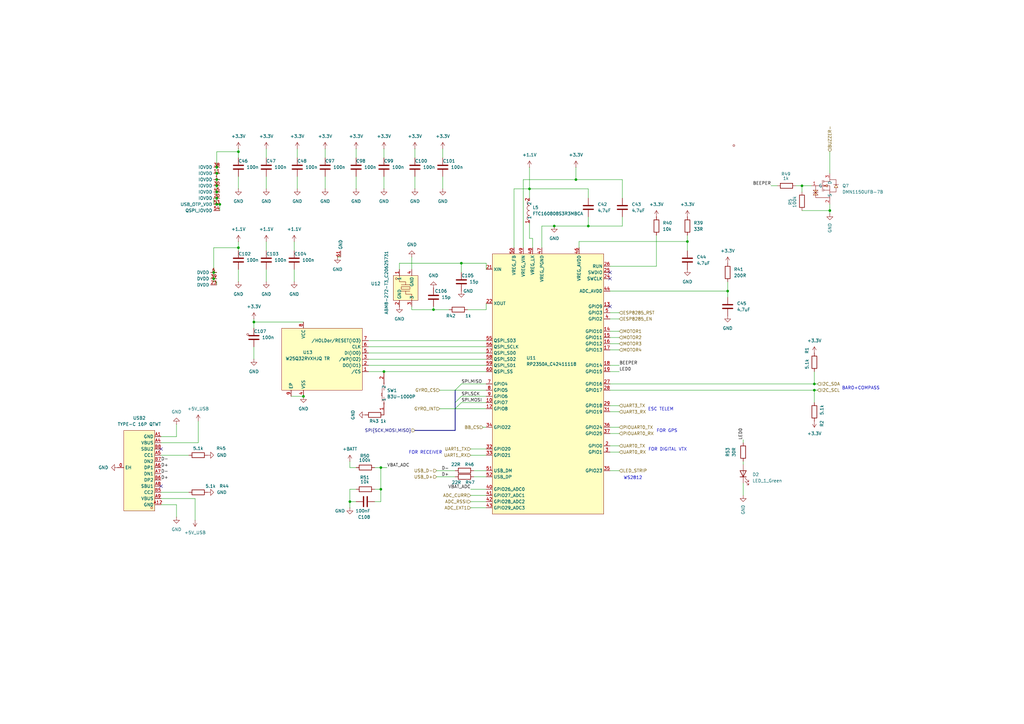
<source format=kicad_sch>
(kicad_sch (version 20250114) (generator "eeschema") (generator_version "9.0")
  (paper "A3")
  (lib_symbols
    (symbol "Device:C" (pin_numbers (hide yes)) (pin_names (offset 0.254))
      (property "Reference" "C" (at 0.635 2.54 0))
      (property "Value" "C" (at 0.635 -2.54 0))
      (symbol "C_0_1"
        (polyline (pts (xy -2.032 0.762) (xy 2.032 0.762)) (stroke (width 0.508)))
        (polyline (pts (xy -2.032 -0.762) (xy 2.032 -0.762)) (stroke (width 0.508)))
      )
      (symbol "C_1_1"
        (pin passive line (at 0 3.81 270) (length 2.794) (name "~") (number "1"))
        (pin passive line (at 0 -3.81 90) (length 2.794) (name "~") (number "2"))
      )
    )
    (symbol "Device:LED" (pin_numbers (hide yes)) (pin_names (offset 1.016) (hide yes))
      (property "Reference" "D" (at 0 2.54 0))
      (property "Value" "LED" (at 0 -2.54 0))
      (symbol "LED_0_1"
        (polyline (pts (xy -3.048 -0.762) (xy -4.572 -2.286) (xy -3.81 -2.286) (xy -4.572 -2.286) (xy -4.572 -1.524)))
        (polyline (pts (xy -1.778 -0.762) (xy -3.302 -2.286) (xy -2.54 -2.286) (xy -3.302 -2.286) (xy -3.302 -1.524)))
        (polyline (pts (xy -1.27 0) (xy 1.27 0)))
        (polyline (pts (xy -1.27 -1.27) (xy -1.27 1.27)) (stroke (width 0.254)))
        (polyline (pts (xy 1.27 -1.27) (xy 1.27 1.27) (xy -1.27 0) (xy 1.27 -1.27)) (stroke (width 0.254)))
      )
      (symbol "LED_1_1"
        (pin passive line (at -3.81 0 0) (length 2.54) (name "K") (number "1"))
        (pin passive line (at 3.81 0 180) (length 2.54) (name "A") (number "2"))
      )
    )
    (symbol "Device:R" (pin_numbers (hide yes)) (pin_names (offset 0))
      (property "Reference" "R" (at 2.032 0 90))
      (property "Value" "R" (at 0 0 90))
      (symbol "R_0_1"
        (rectangle (start -1.016 -2.54) (end 1.016 2.54) (stroke (width 0.254)))
      )
      (symbol "R_1_1"
        (pin passive line (at 0 3.81 270) (length 1.27) (name "~") (number "1"))
        (pin passive line (at 0 -3.81 90) (length 1.27) (name "~") (number "2"))
      )
    )
    (symbol "lib:ABM8-272-T3_C20625731"
      (property "Reference" "U" (at 0 7.62 0))
      (property "Value" "ABM8-272-T3_C20625731" (at 0 -7.62 0))
      (symbol "ABM8-272-T3_C20625731_0_1"
        (rectangle (start -5.08 5.08) (end 5.08 -5.08) (fill (type background)))
        (polyline (pts (xy -5.08 -2.54) (xy -2.54 -2.54) (xy -2.54 0) (xy -1.27 0)))
        (circle (center -3.81 -3.81) (radius 0.38))
        (polyline (pts (xy -1.27 -1.78) (xy -1.27 1.78)))
        (rectangle (start -0.51 1.78) (end 0.51 -1.78) (fill (type background)))
        (polyline (pts (xy 1.27 -1.78) (xy 1.27 1.78)))
        (polyline (pts (xy 5.08 2.54) (xy 2.54 2.54) (xy 2.54 0) (xy 1.27 0)))
        (pin input line (at -7.62 2.54 0) (length 2.54) (name "GND") (number "4"))
        (pin input line (at -7.62 -2.54 0) (length 2.54) (name "1") (number "1"))
        (pin input line (at 7.62 2.54 180) (length 2.54) (name "3") (number "3"))
        (pin input line (at 7.62 -2.54 180) (length 2.54) (name "GND") (number "2"))
      )
    )
    (symbol "lib:B3U-1000P"
      (property "Reference" "SW" (at 0 5.08 0))
      (property "Value" "B3U-1000P" (at 0 -5.08 0))
      (symbol "B3U-1000P_0_1"
        (polyline (pts (xy -5.84 0) (xy -2.79 0)))
        (polyline (pts (xy -4.57 0.76) (xy 0.76 0.76)))
        (polyline (pts (xy -2.29 0.76) (xy -2.29 1.02) (xy -1.27 1.02) (xy -1.27 0.76)))
        (polyline (pts (xy 0 0) (xy 3.05 0)))
        (pin unspecified line (at -10.16 0 0) (length 5.08) (name "1") (number "1"))
        (pin unspecified line (at 7.62 0 180) (length 5.08) (name "2") (number "2"))
      )
    )
    (symbol "lib:DMN1150UFB-7B"
      (property "Reference" "Q" (at 0 10.16 0))
      (property "Value" "DMN1150UFB-7B" (at 0 -12.7 0))
      (symbol "DMN1150UFB-7B_0_1"
        (polyline (pts (xy -6.86 -3.05) (xy -6.6 -2.79) (xy -5.08 -2.79) (xy -4.83 -2.54)))
        (polyline (pts (xy -5.84 -2.79) (xy -6.86 -3.81) (xy -4.83 -3.81) (xy -5.84 -2.79) (xy -5.84 -2.79)) (fill (type background)))
        (polyline (pts (xy -5.84 -2.79) (xy -4.83 -1.78) (xy -6.86 -1.78) (xy -5.84 -2.79) (xy -5.84 -2.79)) (fill (type background)))
        (polyline (pts (xy -5.08 0) (xy -3.05 0)))
        (polyline (pts (xy -3.05 2.29) (xy -3.05 -2.29)))
        (polyline (pts (xy -2.54 2.29) (xy -2.54 1.27)))
        (polyline (pts (xy -2.54 1.78) (xy 0 1.78) (xy 0 2.54) (xy 2.54 2.54) (xy 2.54 0.51)))
        (polyline (pts (xy -2.54 0) (xy -1.02 -0.51) (xy -1.02 0.51) (xy -2.54 0)) (fill (type background)))
        (polyline (pts (xy -2.54 0) (xy 0 0) (xy 0 -2.54) (xy 2.54 -2.54) (xy 2.54 -0.76)))
        (polyline (pts (xy -2.54 -0.51) (xy -2.54 0.51)))
        (polyline (pts (xy -2.54 -2.29) (xy -2.54 -1.27)))
        (polyline (pts (xy 0 -1.78) (xy -2.54 -1.78)))
        (polyline (pts (xy 0 -2.54) (xy 0 -5.08)))
        (polyline (pts (xy 0 -4.83) (xy -5.84 -4.83) (xy -5.84 0)))
        (polyline (pts (xy 2.54 0.51) (xy 1.78 -0.76) (xy 3.3 -0.76) (xy 2.54 0.51)) (fill (type background)))
        (polyline (pts (xy 3.56 0.51) (xy 3.05 0.51) (xy 2.03 0.51) (xy 1.52 0.51)))
        (pin unspecified line (at -7.62 0 0) (length 2.54) (name "G") (number "1"))
        (pin unspecified line (at 0 5.08 270) (length 2.54) (name "D") (number "3"))
        (pin unspecified line (at 0 -7.62 90) (length 2.54) (name "S") (number "2"))
      )
    )
    (symbol "lib:FTC160808S3R3MBCA"
      (property "Reference" "L" (at 0 5.08 0))
      (property "Value" "FTC160808S3R3MBCA" (at 0 -5.08 0))
      (symbol "FTC160808S3R3MBCA_0_1"
        (arc (start -4.06 -0.01) (mid -2.83 0.99) (end -2.03 0.01))
        (arc (start -2.03 -0.01) (mid -0.8 0.99) (end 0 0.01))
        (arc (start 0 -0.01) (mid 1.23 0.99) (end 2.03 0.01))
        (arc (start 2.03 -0.01) (mid 3.26 0.99) (end 4.06 0.01))
        (pin unspecified line (at -5.08 0 0) (length 1.016) (name "1") (number "1"))
        (pin unspecified line (at 5.08 0 180) (length 1.016) (name "2") (number "2"))
      )
    )
    (symbol "lib:RP2350A_C42411118"
      (property "Reference" "U11" (at -8.89 -7.112 0))
      (property "Value" "RP2350A_C42411118" (at -8.89 -9.652 0))
      (symbol "RP2350A_C42411118_0_1"
        (rectangle (start -22.86 35.56) (end 22.86 -71.12) (fill (type background)))
        (circle (center 76.2 80.01) (radius 0.38))
        (pin unspecified line (at -135.89 27.94 180) (length 2.54) (name "DVDD") (number "6"))
        (pin unspecified line (at -135.89 25.4 180) (length 2.54) (name "DVDD") (number "39"))
        (pin unspecified line (at -135.89 22.86 180) (length 2.54) (name "DVDD") (number "23"))
        (pin unspecified line (at -134.62 71.12 180) (length 2.54) (name "IOVDD") (number "38"))
        (pin unspecified line (at -134.62 68.58 180) (length 2.54) (name "IOVDD") (number "11"))
        (pin unspecified line (at -134.62 66.04 180) (length 2.54) (name "IOVDD") (number "1"))
        (pin unspecified line (at -134.62 63.5 180) (length 2.54) (name "IOVDD") (number "30"))
        (pin unspecified line (at -134.62 60.96 180) (length 2.54) (name "IOVDD") (number "45"))
        (pin unspecified line (at -134.62 58.42 180) (length 2.54) (name "IOVDD") (number "20"))
        (pin unspecified line (at -134.62 55.88 180) (length 2.54) (name "USB_OTP_VDD") (number "53"))
        (pin unspecified line (at -134.62 53.34 180) (length 2.54) (name "QSPI_IOVDD") (number "54"))
        (pin unspecified line (at -85.09 34.29 90) (length 2.54) (name "GND") (number "61"))
        (pin unspecified line (at -25.4 29.21 0) (length 2.54) (name "XIN") (number "21"))
        (pin unspecified line (at -25.4 15.24 0) (length 2.54) (name "XOUT") (number "22"))
        (pin unspecified line (at -25.4 0 0) (length 2.54) (name "QSPI_SD3") (number "55"))
        (pin unspecified line (at -25.4 -2.54 0) (length 2.54) (name "QSPI_SCLK") (number "56"))
        (pin unspecified line (at -25.4 -5.08 0) (length 2.54) (name "QSPI_SD0") (number "57"))
        (pin unspecified line (at -25.4 -7.62 0) (length 2.54) (name "QSPI_SD2") (number "58"))
        (pin unspecified line (at -25.4 -10.16 0) (length 2.54) (name "QSPI_SD1") (number "59"))
        (pin unspecified line (at -25.4 -12.7 0) (length 2.54) (name "QSPI_SS") (number "60"))
        (pin unspecified line (at -25.4 -17.78 0) (length 2.54) (name "GPIO4") (number "7"))
        (pin unspecified line (at -25.4 -20.32 0) (length 2.54) (name "GPIO5") (number "8"))
        (pin unspecified line (at -25.4 -22.86 0) (length 2.54) (name "GPIO6") (number "9"))
        (pin unspecified line (at -25.4 -25.4 0) (length 2.54) (name "GPIO7") (number "10"))
        (pin unspecified line (at -25.4 -27.94 0) (length 2.54) (name "GPIO8") (number "12"))
        (pin unspecified line (at -25.4 -35.56 0) (length 2.54) (name "GPIO22") (number "34"))
        (pin unspecified line (at -25.4 -44.45 0) (length 2.54) (name "GPIO20") (number "32"))
        (pin unspecified line (at -25.4 -46.99 0) (length 2.54) (name "GPIO21") (number "33"))
        (pin unspecified line (at -25.4 -53.34 0) (length 2.54) (name "USB_DM") (number "51"))
        (pin unspecified line (at -25.4 -55.88 0) (length 2.54) (name "USB_DP") (number "52"))
        (pin unspecified line (at -25.4 -60.96 0) (length 2.54) (name "GPIO26_ADC0") (number "40"))
        (pin unspecified line (at -25.4 -63.5 0) (length 2.54) (name "GPIO27_ADC1") (number "41"))
        (pin unspecified line (at -25.4 -66.04 0) (length 2.54) (name "GPIO28_ADC2") (number "42"))
        (pin unspecified line (at -25.4 -68.58 0) (length 2.54) (name "GPIO29_ADC3") (number "43"))
        (pin unspecified line (at -13.97 38.1 270) (length 2.54) (name "VREG_FB") (number "50"))
        (pin unspecified line (at -10.16 38.1 270) (length 2.54) (name "VREG_VIN") (number "49"))
        (pin unspecified line (at -6.35 38.1 270) (length 2.54) (name "VREG_LX") (number "48"))
        (pin unspecified line (at -2.54 38.1 270) (length 2.54) (name "VREG_PGND") (number "47"))
        (pin unspecified line (at 12.7 38.1 270) (length 2.54) (name "VREG_AVDD") (number "46"))
        (pin unspecified line (at 25.4 30.48 180) (length 2.54) (name "RUN") (number "26"))
        (pin unspecified line (at 25.4 27.94 180) (length 2.54) (name "SWDIO") (number "25"))
        (pin unspecified line (at 25.4 25.4 180) (length 2.54) (name "SWCLK") (number "24"))
        (pin unspecified line (at 25.4 20.32 180) (length 2.54) (name "ADC_AVDD") (number "44"))
        (pin unspecified line (at 25.4 13.97 180) (length 2.54) (name "GPIO9") (number "13"))
        (pin unspecified line (at 25.4 11.43 180) (length 2.54) (name "GPIO3") (number "5"))
        (pin unspecified line (at 25.4 8.89 180) (length 2.54) (name "GPIO2") (number "4"))
        (pin unspecified line (at 25.4 3.81 180) (length 2.54) (name "GPIO10") (number "14"))
        (pin unspecified line (at 25.4 1.27 180) (length 2.54) (name "GPIO11") (number "15"))
        (pin unspecified line (at 25.4 -1.27 180) (length 2.54) (name "GPIO12") (number "16"))
        (pin unspecified line (at 25.4 -3.81 180) (length 2.54) (name "GPIO13") (number "17"))
        (pin unspecified line (at 25.4 -10.16 180) (length 2.54) (name "GPIO14") (number "18"))
        (pin unspecified line (at 25.4 -12.7 180) (length 2.54) (name "GPIO15") (number "19"))
        (pin unspecified line (at 25.4 -17.78 180) (length 2.54) (name "GPIO16") (number "27"))
        (pin unspecified line (at 25.4 -20.32 180) (length 2.54) (name "GPIO17") (number "28"))
        (pin unspecified line (at 25.4 -26.67 180) (length 2.54) (name "GPIO18") (number "29"))
        (pin unspecified line (at 25.4 -29.21 180) (length 2.54) (name "GPIO19") (number "31"))
        (pin unspecified line (at 25.4 -35.56 180) (length 2.54) (name "GPIO24") (number "36"))
        (pin unspecified line (at 25.4 -38.1 180) (length 2.54) (name "GPIO25") (number "37"))
        (pin unspecified line (at 25.4 -43.18 180) (length 2.54) (name "GPIO0") (number "2"))
        (pin unspecified line (at 25.4 -45.72 180) (length 2.54) (name "GPIO1") (number "3"))
        (pin unspecified line (at 25.4 -53.34 180) (length 2.54) (name "GPIO23") (number "35"))
      )
    )
    (symbol "lib:TYPE-C16PQTWT"
      (property "Reference" "USB" (at 0 19.05 0))
      (property "Value" "TYPE-C 16P QTWT" (at 0 -19.05 0))
      (symbol "TYPE-C16PQTWT_0_1"
        (rectangle (start -6.35 16.51) (end 6.35 -16.51) (fill (type background)))
        (circle (center -5.08 15.24) (radius 0.38))
        (pin unspecified line (at -8.89 13.97 0) (length 2.54) (name "GND") (number "A12"))
        (pin unspecified line (at -8.89 11.43 0) (length 2.54) (name "VBUS") (number "A9"))
        (pin unspecified line (at -8.89 8.89 0) (length 2.54) (name "CC2") (number "B5"))
        (pin unspecified line (at -8.89 6.35 0) (length 2.54) (name "SBU1") (number "A8"))
        (pin unspecified line (at -8.89 3.81 0) (length 2.54) (name "DP2") (number "B6"))
        (pin unspecified line (at -8.89 1.27 0) (length 2.54) (name "DN1") (number "A7"))
        (pin unspecified line (at -8.89 -1.27 0) (length 2.54) (name "DP1") (number "A6"))
        (pin unspecified line (at -8.89 -3.81 0) (length 2.54) (name "DN2") (number "B7"))
        (pin unspecified line (at -8.89 -6.35 0) (length 2.54) (name "CC1") (number "A5"))
        (pin unspecified line (at -8.89 -8.89 0) (length 2.54) (name "SBU2") (number "B8"))
        (pin unspecified line (at -8.89 -11.43 0) (length 2.54) (name "VBUS") (number "A4"))
        (pin unspecified line (at -8.89 -13.97 0) (length 2.54) (name "GND") (number "A1"))
        (pin unspecified line (at 8.89 -1.27 180) (length 2.54) (name "EH") (number "0"))
      )
    )
    (symbol "lib:W25Q32RVXHJQTR"
      (property "Reference" "U13" (at 0 12.7 0))
      (property "Value" "W25Q32RVXHJQ TR" (at 0 10.16 0))
      (symbol "W25Q32RVXHJQTR_0_1"
        (circle (center -22.86 5.08) (radius 0.38))
        (rectangle (start -8.89 7.62) (end 24.13 -17.78) (fill (type background)))
        (pin unspecified line (at -5.08 -20.32 90) (length 2.54) (name "EP") (number "9"))
        (pin unspecified line (at 0 10.16 270) (length 2.54) (name "VCC") (number "8"))
        (pin unspecified line (at 0 -20.32 90) (length 2.54) (name "VSS") (number "4"))
        (pin unspecified line (at 26.67 2.54 180) (length 2.54) (name "/HOLDor/RESET(IO3)") (number "7"))
        (pin unspecified line (at 26.67 0 180) (length 2.54) (name "CLK") (number "6"))
        (pin unspecified line (at 26.67 -2.54 180) (length 2.54) (name "DI(IO0)") (number "5"))
        (pin unspecified line (at 26.67 -5.08 180) (length 2.54) (name "/WP(IO2)") (number "3"))
        (pin unspecified line (at 26.67 -7.62 180) (length 2.54) (name "DO(IO1)") (number "2"))
        (pin unspecified line (at 26.67 -10.16 180) (length 2.54) (name "/CS") (number "1"))
      )
    )
    (symbol "power:+3.3V" (power) (pin_numbers (hide yes)) (pin_names (offset 0) (hide yes))
      (property "Value" "+3.3V" (at 0 3.556 0))
      (symbol "+3.3V_0_1"
        (polyline (pts (xy -0.762 1.27) (xy 0 2.54)))
        (polyline (pts (xy 0 2.54) (xy 0.762 1.27)))
        (polyline (pts (xy 0 0) (xy 0 2.54)))
      )
      (symbol "+3.3V_1_1"
        (pin power_in line (at 0 0 90) (length 0) (name "~") (number "1"))
      )
    )
    (symbol "power:+BATT" (power) (pin_numbers (hide yes)) (pin_names (offset 0) (hide yes))
      (property "Value" "+BATT" (at 0 3.556 0))
      (symbol "+BATT_0_1"
        (polyline (pts (xy -0.762 1.27) (xy 0 2.54)))
        (polyline (pts (xy 0 2.54) (xy 0.762 1.27)))
        (polyline (pts (xy 0 0) (xy 0 2.54)))
      )
      (symbol "+BATT_1_1"
        (pin power_in line (at 0 0 90) (length 0) (name "~") (number "1"))
      )
    )
    (symbol "power:GND" (power) (pin_numbers (hide yes)) (pin_names (offset 0) (hide yes))
      (property "Value" "GND" (at 0 -3.81 0))
      (symbol "GND_0_1"
        (polyline (pts (xy 0 0) (xy 0 -1.27) (xy 1.27 -1.27) (xy 0 -2.54) (xy -1.27 -1.27) (xy 0 -1.27)))
      )
      (symbol "GND_1_1"
        (pin power_in line (at 0 0 270) (length 0) (name "~") (number "1"))
      )
    )
    (symbol "power:VBUS" (power) (pin_numbers (hide yes)) (pin_names (offset 0) (hide yes))
      (property "Value" "VBUS" (at 0 3.556 0))
      (symbol "VBUS_0_1"
        (polyline (pts (xy -0.762 1.27) (xy 0 2.54)))
        (polyline (pts (xy 0 2.54) (xy 0.762 1.27)))
        (polyline (pts (xy 0 0) (xy 0 2.54)))
      )
      (symbol "VBUS_1_1"
        (pin power_in line (at 0 0 90) (length 0) (name "~") (number "1"))
      )
    )
  )
  (text "ESC TELEM\n" (at 271.018 167.894 0) (effects (font (size 1.27 1.27))))
  (text "BARO+COMPASS" (at 353.06 159.258 0) (effects (font (size 1.27 1.27))))
  (text "FOR RECEIVER" (at 174.498 185.674 0) (effects (font (size 1.27 1.27))))
  (text "FOR DIGITAL VTX" (at 273.812 184.404 0) (effects (font (size 1.27 1.27))))
  (text "WS2812" (at 259.588 196.088 0) (effects (font (size 1.27 1.27))))
  (text "FOR GPS" (at 273.558 176.784 0) (effects (font (size 1.27 1.27))))
  (junction (at 281.94 99.06))
  (junction (at 143.51 205.74))
  (junction (at 104.14 132.08))
  (junction (at 88.9 73.66))
  (junction (at 177.8 127))
  (junction (at 97.79 101.6))
  (junction (at 334.01 160.02))
  (junction (at 88.9 78.74))
  (junction (at 88.9 81.28))
  (junction (at 157.48 152.4))
  (junction (at 227.33 92.71))
  (junction (at 334.01 157.48))
  (junction (at 88.9 83.82))
  (junction (at 88.9 71.12))
  (junction (at 124.46 162.56))
  (junction (at 87.63 111.76))
  (junction (at 328.93 76.2))
  (junction (at 241.3 92.71))
  (junction (at 236.22 73.66))
  (junction (at 156.21 200.66))
  (junction (at 189.23 107.95))
  (junction (at 340.36 86.36))
  (junction (at 88.9 68.58))
  (junction (at 156.21 191.77))
  (junction (at 90.17 83.82))
  (junction (at 87.63 114.3))
  (junction (at 298.45 119.38))
  (junction (at 97.79 62.23))
  (junction (at 217.17 77.47))
  (junction (at 88.9 76.2))
  (no_connect (at 250.19 114.3))
  (no_connect (at 66.04 199.39))
  (no_connect (at 250.19 111.76))
  (no_connect (at 66.04 184.15))
  (no_connect (at 250.19 125.73))
  (bus_entry (at 186.69 167.64) (size 2.54 -2.54))
  (bus_entry (at 186.69 160.02) (size 2.54 -2.54))
  (bus_entry (at 186.69 165.1) (size 2.54 -2.54))
  (wire (pts (xy 151.13 144.78) (xy 199.39 144.78)))
  (wire (pts (xy 210.82 77.47) (xy 217.17 77.47)))
  (wire (pts (xy 90.17 73.66) (xy 88.9 73.66)))
  (wire (pts (xy 88.9 115.57) (xy 87.63 115.57)))
  (wire (pts (xy 281.94 96.52) (xy 281.94 99.06)))
  (wire (pts (xy 189.23 157.48) (xy 199.39 157.48)))
  (wire (pts (xy 250.19 140.97) (xy 254 140.97)))
  (wire (pts (xy 143.51 208.28) (xy 143.51 205.74)))
  (wire (pts (xy 250.19 152.4) (xy 254 152.4)))
  (wire (pts (xy 217.17 97.79) (xy 217.17 91.44)))
  (wire (pts (xy 193.04 203.2) (xy 199.39 203.2)))
  (wire (pts (xy 255.27 88.9) (xy 255.27 92.71)))
  (wire (pts (xy 334.01 152.4) (xy 334.01 157.48)))
  (wire (pts (xy 177.8 127) (xy 184.15 127)))
  (wire (pts (xy 179.07 195.58) (xy 186.69 195.58)))
  (wire (pts (xy 121.92 72.39) (xy 121.92 77.47)))
  (wire (pts (xy 241.3 92.71) (xy 255.27 92.71)))
  (wire (pts (xy 304.8 203.2) (xy 304.8 198.12)))
  (wire (pts (xy 189.23 107.95) (xy 199.39 107.95)))
  (wire (pts (xy 328.93 76.2) (xy 332.74 76.2)))
  (wire (pts (xy 87.63 111.76) (xy 87.63 114.3)))
  (bus (pts (xy 186.69 165.1) (xy 186.69 167.64)))
  (wire (pts (xy 90.17 83.82) (xy 88.9 83.82)))
  (wire (pts (xy 104.14 130.81) (xy 104.14 132.08)))
  (wire (pts (xy 250.19 177.8) (xy 254 177.8)))
  (wire (pts (xy 88.9 71.12) (xy 88.9 68.58)))
  (wire (pts (xy 143.51 191.77) (xy 146.05 191.77)))
  (wire (pts (xy 218.44 97.79) (xy 217.17 97.79)))
  (wire (pts (xy 72.39 207.01) (xy 72.39 212.09)))
  (wire (pts (xy 87.63 83.82) (xy 87.63 81.28)))
  (wire (pts (xy 109.22 110.49) (xy 109.22 115.57)))
  (wire (pts (xy 193.04 200.66) (xy 199.39 200.66)))
  (wire (pts (xy 66.04 201.93) (xy 77.47 201.93)))
  (wire (pts (xy 90.17 76.2) (xy 88.9 76.2)))
  (wire (pts (xy 121.92 60.96) (xy 121.92 64.77)))
  (wire (pts (xy 193.04 184.15) (xy 199.39 184.15)))
  (wire (pts (xy 97.79 72.39) (xy 97.79 77.47)))
  (wire (pts (xy 168.91 105.41) (xy 168.91 110.49)))
  (wire (pts (xy 151.13 139.7) (xy 199.39 139.7)))
  (wire (pts (xy 88.9 76.2) (xy 88.9 73.66)))
  (wire (pts (xy 236.22 73.66) (xy 214.63 73.66)))
  (wire (pts (xy 210.82 101.6) (xy 210.82 77.47)))
  (wire (pts (xy 194.31 193.04) (xy 199.39 193.04)))
  (wire (pts (xy 326.39 76.2) (xy 328.93 76.2)))
  (wire (pts (xy 156.21 191.77) (xy 153.67 191.77)))
  (bus (pts (xy 186.69 167.64) (xy 186.69 176.53)))
  (wire (pts (xy 88.9 81.28) (xy 88.9 83.82)))
  (wire (pts (xy 88.9 81.28) (xy 87.63 81.28)))
  (wire (pts (xy 199.39 127) (xy 199.39 124.46)))
  (wire (pts (xy 88.9 73.66) (xy 88.9 71.12)))
  (wire (pts (xy 151.13 152.4) (xy 157.48 152.4)))
  (wire (pts (xy 340.36 86.36) (xy 340.36 87.63)))
  (wire (pts (xy 250.19 168.91) (xy 254 168.91)))
  (wire (pts (xy 143.51 205.74) (xy 146.05 205.74)))
  (wire (pts (xy 217.17 81.28) (xy 217.17 77.47)))
  (wire (pts (xy 87.63 115.57) (xy 87.63 114.3)))
  (wire (pts (xy 237.49 99.06) (xy 281.94 99.06)))
  (wire (pts (xy 250.19 138.43) (xy 254 138.43)))
  (wire (pts (xy 90.17 81.28) (xy 88.9 81.28)))
  (wire (pts (xy 66.04 179.07) (xy 72.39 179.07)))
  (wire (pts (xy 199.39 107.95) (xy 199.39 110.49)))
  (wire (pts (xy 90.17 68.58) (xy 88.9 68.58)))
  (wire (pts (xy 88.9 81.28) (xy 88.9 78.74)))
  (wire (pts (xy 194.31 195.58) (xy 199.39 195.58)))
  (wire (pts (xy 143.51 200.66) (xy 146.05 200.66)))
  (wire (pts (xy 97.79 101.6) (xy 97.79 102.87)))
  (wire (pts (xy 97.79 110.49) (xy 97.79 115.57)))
  (wire (pts (xy 88.9 62.23) (xy 97.79 62.23)))
  (wire (pts (xy 88.9 83.82) (xy 87.63 83.82)))
  (wire (pts (xy 250.19 175.26) (xy 254 175.26)))
  (wire (pts (xy 189.23 165.1) (xy 199.39 165.1)))
  (wire (pts (xy 87.63 101.6) (xy 87.63 111.76)))
  (wire (pts (xy 168.91 125.73) (xy 168.91 127)))
  (wire (pts (xy 90.17 86.36) (xy 90.17 83.82)))
  (wire (pts (xy 241.3 92.71) (xy 241.3 88.9)))
  (wire (pts (xy 156.21 200.66) (xy 156.21 191.77)))
  (wire (pts (xy 151.13 142.24) (xy 199.39 142.24)))
  (wire (pts (xy 241.3 77.47) (xy 241.3 81.28)))
  (wire (pts (xy 180.34 167.64) (xy 186.69 167.64)))
  (wire (pts (xy 304.8 190.5) (xy 304.8 189.23)))
  (wire (pts (xy 269.24 109.22) (xy 269.24 96.52)))
  (wire (pts (xy 170.18 72.39) (xy 170.18 77.47)))
  (wire (pts (xy 163.83 107.95) (xy 189.23 107.95)))
  (wire (pts (xy 146.05 60.96) (xy 146.05 64.77)))
  (wire (pts (xy 236.22 68.58) (xy 236.22 73.66)))
  (wire (pts (xy 143.51 189.23) (xy 143.51 191.77)))
  (wire (pts (xy 88.9 111.76) (xy 87.63 111.76)))
  (wire (pts (xy 189.23 111.76) (xy 189.23 107.95)))
  (wire (pts (xy 151.13 147.32) (xy 199.39 147.32)))
  (wire (pts (xy 222.25 92.71) (xy 227.33 92.71)))
  (wire (pts (xy 87.63 101.6) (xy 97.79 101.6)))
  (wire (pts (xy 298.45 119.38) (xy 298.45 121.92)))
  (wire (pts (xy 151.13 149.86) (xy 199.39 149.86)))
  (wire (pts (xy 328.93 76.2) (xy 328.93 78.74)))
  (wire (pts (xy 250.19 182.88) (xy 254 182.88)))
  (wire (pts (xy 334.01 157.48) (xy 335.28 157.48)))
  (wire (pts (xy 66.04 181.61) (xy 81.28 181.61)))
  (wire (pts (xy 193.04 205.74) (xy 199.39 205.74)))
  (wire (pts (xy 250.19 160.02) (xy 334.01 160.02)))
  (wire (pts (xy 104.14 142.24) (xy 104.14 147.32)))
  (wire (pts (xy 180.34 160.02) (xy 186.69 160.02)))
  (wire (pts (xy 250.19 135.89) (xy 254 135.89)))
  (wire (pts (xy 193.04 186.69) (xy 199.39 186.69)))
  (wire (pts (xy 139.7 105.41) (xy 138.43 105.41)))
  (wire (pts (xy 66.04 204.47) (xy 80.01 204.47)))
  (wire (pts (xy 109.22 60.96) (xy 109.22 64.77)))
  (wire (pts (xy 222.25 101.6) (xy 222.25 92.71)))
  (wire (pts (xy 97.79 60.96) (xy 97.79 62.23)))
  (wire (pts (xy 88.9 114.3) (xy 87.63 114.3)))
  (wire (pts (xy 104.14 132.08) (xy 124.46 132.08)))
  (wire (pts (xy 218.44 97.79) (xy 218.44 101.6)))
  (wire (pts (xy 146.05 72.39) (xy 146.05 77.47)))
  (wire (pts (xy 97.79 62.23) (xy 97.79 64.77)))
  (wire (pts (xy 143.51 205.74) (xy 143.51 200.66)))
  (wire (pts (xy 81.28 181.61) (xy 81.28 172.72)))
  (wire (pts (xy 157.48 60.96) (xy 157.48 64.77)))
  (wire (pts (xy 255.27 81.28) (xy 255.27 73.66)))
  (wire (pts (xy 153.67 200.66) (xy 156.21 200.66)))
  (wire (pts (xy 217.17 68.58) (xy 217.17 77.47)))
  (wire (pts (xy 157.48 152.4) (xy 199.39 152.4)))
  (wire (pts (xy 181.61 72.39) (xy 181.61 77.47)))
  (wire (pts (xy 250.19 128.27) (xy 254 128.27)))
  (wire (pts (xy 186.69 160.02) (xy 199.39 160.02)))
  (wire (pts (xy 250.19 185.42) (xy 254 185.42)))
  (wire (pts (xy 133.35 72.39) (xy 133.35 77.47)))
  (wire (pts (xy 120.65 99.06) (xy 120.65 102.87)))
  (wire (pts (xy 88.9 78.74) (xy 88.9 76.2)))
  (wire (pts (xy 340.36 83.82) (xy 340.36 86.36)))
  (wire (pts (xy 109.22 72.39) (xy 109.22 77.47)))
  (wire (pts (xy 66.04 207.01) (xy 72.39 207.01)))
  (wire (pts (xy 90.17 71.12) (xy 88.9 71.12)))
  (wire (pts (xy 72.39 173.99) (xy 72.39 179.07)))
  (wire (pts (xy 250.19 157.48) (xy 334.01 157.48)))
  (wire (pts (xy 88.9 68.58) (xy 88.9 62.23)))
  (wire (pts (xy 328.93 86.36) (xy 340.36 86.36)))
  (wire (pts (xy 156.21 200.66) (xy 156.21 205.74)))
  (wire (pts (xy 237.49 101.6) (xy 237.49 99.06)))
  (wire (pts (xy 250.19 109.22) (xy 269.24 109.22)))
  (wire (pts (xy 281.94 99.06) (xy 281.94 102.87)))
  (wire (pts (xy 250.19 149.86) (xy 254 149.86)))
  (wire (pts (xy 109.22 99.06) (xy 109.22 102.87)))
  (wire (pts (xy 168.91 127) (xy 177.8 127)))
  (wire (pts (xy 104.14 132.08) (xy 104.14 134.62)))
  (wire (pts (xy 97.79 99.06) (xy 97.79 101.6)))
  (wire (pts (xy 214.63 73.66) (xy 214.63 101.6)))
  (wire (pts (xy 119.38 162.56) (xy 124.46 162.56)))
  (wire (pts (xy 90.17 78.74) (xy 88.9 78.74)))
  (wire (pts (xy 186.69 167.64) (xy 199.39 167.64)))
  (wire (pts (xy 298.45 115.57) (xy 298.45 119.38)))
  (wire (pts (xy 198.12 175.26) (xy 199.39 175.26)))
  (wire (pts (xy 189.23 162.56) (xy 199.39 162.56)))
  (wire (pts (xy 157.48 72.39) (xy 157.48 77.47)))
  (wire (pts (xy 250.19 130.81) (xy 254 130.81)))
  (wire (pts (xy 334.01 165.1) (xy 334.01 160.02)))
  (wire (pts (xy 191.77 127) (xy 199.39 127)))
  (wire (pts (xy 120.65 110.49) (xy 120.65 115.57)))
  (wire (pts (xy 340.36 62.23) (xy 340.36 71.12)))
  (wire (pts (xy 304.8 181.61) (xy 304.8 180.34)))
  (wire (pts (xy 156.21 191.77) (xy 158.75 191.77)))
  (wire (pts (xy 250.19 143.51) (xy 254 143.51)))
  (wire (pts (xy 163.83 110.49) (xy 163.83 107.95)))
  (wire (pts (xy 255.27 73.66) (xy 236.22 73.66)))
  (wire (pts (xy 88.9 115.57) (xy 88.9 116.84)))
  (wire (pts (xy 334.01 160.02) (xy 335.28 160.02)))
  (wire (pts (xy 170.18 60.96) (xy 170.18 64.77)))
  (wire (pts (xy 181.61 60.96) (xy 181.61 64.77)))
  (wire (pts (xy 193.04 208.28) (xy 199.39 208.28)))
  (bus (pts (xy 186.69 160.02) (xy 186.69 165.1)))
  (wire (pts (xy 80.01 204.47) (xy 80.01 213.36)))
  (wire (pts (xy 177.8 125.73) (xy 177.8 127)))
  (wire (pts (xy 66.04 186.69) (xy 77.47 186.69)))
  (wire (pts (xy 250.19 193.04) (xy 254 193.04)))
  (wire (pts (xy 153.67 205.74) (xy 156.21 205.74)))
  (wire (pts (xy 133.35 60.96) (xy 133.35 64.77)))
  (bus (pts (xy 170.18 176.53) (xy 186.69 176.53)))
  (wire (pts (xy 316.23 76.2) (xy 318.77 76.2)))
  (wire (pts (xy 250.19 166.37) (xy 254 166.37)))
  (wire (pts (xy 250.19 119.38) (xy 298.45 119.38)))
  (wire (pts (xy 217.17 77.47) (xy 241.3 77.47)))
  (wire (pts (xy 179.07 193.04) (xy 186.69 193.04)))
  (wire (pts (xy 227.33 92.71) (xy 241.3 92.71)))
  (label "SPI.MISO" (at 189.23 157.48 0))
  (label "BEEPER" (at 316.23 76.2 180))
  (label "LED0" (at 254 152.4 0))
  (label "SPI.SCK" (at 189.23 162.56 0))
  (label "D+" (at 184.15 195.58 180))
  (label "D+" (at 66.04 196.85 0))
  (label "VBAT_ADC" (at 193.04 200.66 180))
  (label "LED0" (at 304.8 180.34 90))
  (label "D-" (at 184.15 193.04 180))
  (label "D-" (at 66.04 194.31 0))
  (label "VBAT_ADC" (at 158.75 191.77 0))
  (label "BEEPER" (at 254 149.86 0))
  (label "SPI.MOSI" (at 189.23 165.1 0))
  (label "D-" (at 66.04 189.23 0))
  (label "D+" (at 66.04 191.77 0))
  (hierarchical_label "ADC_CURR" (shape input) (at 193.04 203.2 180))
  (hierarchical_label "ADC_EXT1" (shape input) (at 193.04 208.28 180))
  (hierarchical_label "ESP8285_EN" (shape input) (at 254 130.81 0))
  (hierarchical_label "UART3_RX" (shape input) (at 254 168.91 0))
  (hierarchical_label "PIOUART0_RX" (shape input) (at 254 177.8 0))
  (hierarchical_label "UART1_RX" (shape input) (at 193.04 186.69 180))
  (hierarchical_label "ADC_RSSI" (shape input) (at 193.04 205.74 180))
  (hierarchical_label "LED_STRIP" (shape input) (at 254 193.04 0))
  (hierarchical_label "UART1_TX" (shape input) (at 193.04 184.15 180))
  (hierarchical_label "SPI{SCK,MOSI,MISO}" (shape input) (at 170.18 176.53 180))
  (hierarchical_label "BB_CS" (shape input) (at 198.12 175.26 180))
  (hierarchical_label "MOTOR1" (shape input) (at 254 135.89 0))
  (hierarchical_label "PIOUART0_TX" (shape input) (at 254 175.26 0))
  (hierarchical_label "USB_D+" (shape input) (at 179.07 195.58 180))
  (hierarchical_label "MOTOR2" (shape input) (at 254 138.43 0))
  (hierarchical_label "MOTOR3" (shape input) (at 254 140.97 0))
  (hierarchical_label "ESP8285_RST" (shape input) (at 254 128.27 0))
  (hierarchical_label "I2C_SDA" (shape input) (at 335.28 157.48 0))
  (hierarchical_label "BUZZER-" (shape input) (at 340.36 62.23 90))
  (hierarchical_label "MOTOR4" (shape input) (at 254 143.51 0))
  (hierarchical_label "GYRO_INT" (shape input) (at 180.34 167.64 180))
  (hierarchical_label "USB_D-" (shape input) (at 179.07 193.04 180))
  (hierarchical_label "UART3_TX" (shape input) (at 254 166.37 0))
  (hierarchical_label "I2C_SCL" (shape input) (at 335.28 160.02 0))
  (hierarchical_label "UART0_RX" (shape input) (at 254 185.42 0))
  (hierarchical_label "UART0_TX" (shape input) (at 254 182.88 0))
  (hierarchical_label "GYRO_CS" (shape input) (at 180.34 160.02 180))
  (symbol (lib_id "Device:C") (at 241.3 85.09 0) (unit 1)
    (property "Reference" "C42" (at 245.11 83.8199 0) (effects (justify left)))
    (property "Value" "4.7uF" (at 245.11 86.3599 0) (effects (justify left)))
    (property "Footprint" "Capacitor_SMD:C_0402_1005Metric" (effects (hide yes)))
    (property "Description" "Unpolarized capacitor" (effects (hide yes)))
    (property "LCSC" "C23733" (effects (hide yes)))
  )
  (symbol (lib_id "Device:C") (at 149.86 205.74 90) (unit 1)
    (property "Reference" "C108" (at 151.892 212.09 90) (effects (justify left)))
    (property "Value" "100nF" (at 151.892 209.55 90) (effects (justify left)))
    (property "Footprint" "Capacitor_SMD:C_0402_1005Metric" (effects (hide yes)))
    (property "Description" "Unpolarized capacitor" (effects (hide yes)))
  )
  (symbol (lib_id "power:VBUS") (at 80.01 213.36 180) (unit 1)
    (property "Reference" "#PWR0283" (effects (hide yes)))
    (property "Value" "+5V_USB" (at 80.01 218.44 0))
    (property "Description" "Power symbol creates a global label with name \"VBUS\"" (effects (hide yes)))
  )
  (symbol (lib_id "lib:TYPE-C16PQTWT") (at 57.15 193.04 180) (unit 1)
    (property "Reference" "USB2" (at 57.15 171.45 0))
    (property "Value" "TYPE-C 16P QTWT" (at 57.15 173.99 0))
    (property "Footprint" "lib:USB-TYPE-C-SMD_TYPE-C-16P-QTWT" (effects (hide yes)))
    (property "LCSC Part" "C5187472" (effects (hide yes)))
  )
  (symbol (lib_id "power:GND") (at 48.26 191.77 270) (unit 1)
    (property "Reference" "#PWR020" (effects (hide yes)))
    (property "Value" "GND" (at 44.45 191.7699 90) (effects (justify right)))
    (property "Description" "Power symbol creates a global label with name \"GND\" , ground" (effects (hide yes)))
  )
  (symbol (lib_id "lib:ABM8-272-T3_C20625731") (at 166.37 118.11 270) (unit 1)
    (property "Reference" "U12" (at 152.146 116.332 90) (effects (justify left)))
    (property "Value" "ABM8-272-T3_C20625731" (at 158.496 102.87 0) (effects (justify left)))
    (property "Footprint" "lib:CRYSTAL-SMD_4P-L3.2-W2.5-BL" (effects (hide yes)))
    (property "LCSC Part" "C20625731" (effects (hide yes)))
  )
  (symbol (lib_id "Device:C") (at 97.79 68.58 0) (unit 1)
    (property "Reference" "C46" (at 97.79 66.04 0) (effects (justify left)))
    (property "Value" "100n" (at 101.092 68.58 0) (effects (justify left)))
    (property "Footprint" "Capacitor_SMD:C_0402_1005Metric" (effects (hide yes)))
    (property "LCSC" "C1525" (effects (hide yes)))
  )
  (symbol (lib_id "Device:R") (at 149.86 191.77 90) (unit 1)
    (property "Reference" "R50" (at 149.606 186.944 90))
    (property "Value" "100k" (at 149.606 188.722 90))
    (property "Footprint" "Resistor_SMD:R_0402_1005Metric" (effects (hide yes)))
  )
  (symbol (lib_id "Device:R") (at 269.24 92.71 0) (unit 1)
    (property "Reference" "R40" (at 271.78 91.4399 0) (effects (justify left)))
    (property "Value" "10k" (at 271.78 93.9799 0) (effects (justify left)))
    (property "Footprint" "Resistor_SMD:R_0402_1005Metric" (effects (hide yes)))
    (property "Description" "Resistor" (effects (hide yes)))
  )
  (symbol (lib_id "power:GND") (at 120.65 115.57 0) (unit 1)
    (property "Reference" "#PWR0239" (effects (hide yes)))
    (property "Value" "GND" (at 120.65 120.65 0))
    (property "Description" "Power symbol creates a global label with name \"GND\" , ground" (effects (hide yes)))
  )
  (symbol (lib_id "Device:C") (at 97.79 106.68 0) (unit 1)
    (property "Reference" "C102" (at 97.79 104.14 0) (effects (justify left)))
    (property "Value" "100n" (at 101.092 106.68 0) (effects (justify left)))
    (property "Footprint" "Capacitor_SMD:C_0402_1005Metric" (effects (hide yes)))
    (property "LCSC" "C1525" (effects (hide yes)))
  )
  (symbol (lib_id "power:+3.3V") (at 281.94 88.9 0) (unit 1)
    (property "Reference" "#PWR0214" (effects (hide yes)))
    (property "Value" "+3.3V" (at 281.94 83.82 0))
    (property "Description" "Power symbol creates a global label with name \"+3.3V\"" (effects (hide yes)))
  )
  (symbol (lib_id "Device:R") (at 187.96 127 90) (unit 1)
    (property "Reference" "R42" (at 184.912 129.54 90))
    (property "Value" "1k" (at 192.024 129.54 90))
    (property "Footprint" "Resistor_SMD:R_0402_1005Metric" (effects (hide yes)))
    (property "Description" "Resistor" (effects (hide yes)))
  )
  (symbol (lib_id "Device:C") (at 104.14 138.43 0) (unit 1)
    (property "Reference" "C107" (at 104.14 135.89 0) (effects (justify left)))
    (property "Value" "100n" (at 107.442 138.43 0) (effects (justify left)))
    (property "Footprint" "Capacitor_SMD:C_0402_1005Metric" (effects (hide yes)))
    (property "LCSC" "C1525" (effects (hide yes)))
  )
  (symbol (lib_id "Device:C") (at 298.45 125.73 0) (unit 1)
    (property "Reference" "C45" (at 302.26 124.4599 0) (effects (justify left)))
    (property "Value" "4.7uF" (at 302.26 126.9999 0) (effects (justify left)))
    (property "Footprint" "Capacitor_SMD:C_0402_1005Metric" (effects (hide yes)))
    (property "Description" "Unpolarized capacitor" (effects (hide yes)))
    (property "LCSC" "C23733" (effects (hide yes)))
  )
  (symbol (lib_id "power:+3.3V") (at 269.24 88.9 0) (unit 1)
    (property "Reference" "#PWR0215" (effects (hide yes)))
    (property "Value" "+3.3V" (at 269.24 83.82 0))
    (property "Description" "Power symbol creates a global label with name \"+3.3V\"" (effects (hide yes)))
  )
  (symbol (lib_id "power:+3.3V") (at 97.79 99.06 0) (unit 1)
    (property "Reference" "#PWR0234" (effects (hide yes)))
    (property "Value" "+1.1V" (at 97.79 93.98 0))
    (property "Description" "Power symbol creates a global label with name \"+3.3V\"" (effects (hide yes)))
  )
  (symbol (lib_id "power:+3.3V") (at 334.01 144.78 0) (unit 1)
    (property "Reference" "#PWR05" (effects (hide yes)))
    (property "Value" "+3.3V" (at 334.01 139.7 0))
    (property "Description" "Power symbol creates a global label with name \"+3.3V\"" (effects (hide yes)))
  )
  (symbol (lib_id "power:GND") (at 124.46 162.56 0) (unit 1)
    (property "Reference" "#PWR0278" (effects (hide yes)))
    (property "Value" "GND" (at 124.46 167.64 0))
    (property "Description" "Power symbol creates a global label with name \"GND\" , ground" (effects (hide yes)))
  )
  (symbol (lib_id "Device:C") (at 281.94 106.68 0) (unit 1)
    (property "Reference" "C44" (at 285.75 105.4099 0) (effects (justify left)))
    (property "Value" "4.7uF" (at 285.75 107.9499 0) (effects (justify left)))
    (property "Footprint" "Capacitor_SMD:C_0402_1005Metric" (effects (hide yes)))
    (property "Description" "Unpolarized capacitor" (effects (hide yes)))
    (property "LCSC" "C23733" (effects (hide yes)))
  )
  (symbol (lib_id "Device:R") (at 298.45 111.76 0) (unit 1)
    (property "Reference" "R41" (at 300.99 110.4899 0) (effects (justify left)))
    (property "Value" "200R" (at 300.99 113.0299 0) (effects (justify left)))
    (property "Footprint" "Resistor_SMD:R_0402_1005Metric" (effects (hide yes)))
    (property "Description" "Resistor" (effects (hide yes)))
  )
  (symbol (lib_id "power:GND") (at 168.91 105.41 180) (unit 1)
    (property "Reference" "#PWR0273" (effects (hide yes)))
    (property "Value" "GND" (at 168.91 100.33 0))
    (property "Description" "Power symbol creates a global label with name \"GND\" , ground" (effects (hide yes)))
  )
  (symbol (lib_id "Device:C") (at 146.05 68.58 0) (unit 1)
    (property "Reference" "C98" (at 146.05 66.04 0) (effects (justify left)))
    (property "Value" "100n" (at 149.352 68.58 0) (effects (justify left)))
    (property "Footprint" "Capacitor_SMD:C_0402_1005Metric" (effects (hide yes)))
    (property "LCSC" "C1525" (effects (hide yes)))
  )
  (symbol (lib_id "Device:R") (at 322.58 76.2 90) (unit 1)
    (property "Reference" "R49" (at 322.326 71.374 90))
    (property "Value" "1k" (at 322.326 73.152 90))
    (property "Footprint" "Resistor_SMD:R_0402_1005Metric" (effects (hide yes)))
  )
  (symbol (lib_id "Device:C") (at 109.22 106.68 0) (unit 1)
    (property "Reference" "C103" (at 109.22 104.14 0) (effects (justify left)))
    (property "Value" "100n" (at 112.522 106.68 0) (effects (justify left)))
    (property "Footprint" "Capacitor_SMD:C_0402_1005Metric" (effects (hide yes)))
    (property "LCSC" "C1525" (effects (hide yes)))
  )
  (symbol (lib_id "power:+3.3V") (at 97.79 60.96 0) (unit 1)
    (property "Reference" "#PWR0218" (effects (hide yes)))
    (property "Value" "+3.3V" (at 97.79 55.88 0))
    (property "Description" "Power symbol creates a global label with name \"+3.3V\"" (effects (hide yes)))
  )
  (symbol (lib_id "Device:R") (at 334.01 168.91 180) (unit 1)
    (property "Reference" "R2" (at 337.058 173.736 90))
    (property "Value" "5.1k" (at 337.058 168.148 90))
    (property "Footprint" "Resistor_SMD:R_0402_1005Metric" (effects (hide yes)))
    (property "Description" "Resistor" (effects (hide yes)))
  )
  (symbol (lib_id "power:GND") (at 97.79 77.47 0) (unit 1)
    (property "Reference" "#PWR0219" (effects (hide yes)))
    (property "Value" "GND" (at 97.79 82.55 0))
    (property "Description" "Power symbol creates a global label with name \"GND\" , ground" (effects (hide yes)))
  )
  (symbol (lib_id "Device:R") (at 334.01 148.59 0) (unit 1)
    (property "Reference" "R1" (at 330.962 143.764 90))
    (property "Value" "5.1k" (at 330.962 149.352 90))
    (property "Footprint" "Resistor_SMD:R_0402_1005Metric" (effects (hide yes)))
    (property "Description" "Resistor" (effects (hide yes)))
  )
  (symbol (lib_id "Device:C") (at 157.48 68.58 0) (unit 1)
    (property "Reference" "C99" (at 157.48 66.04 0) (effects (justify left)))
    (property "Value" "100n" (at 160.782 68.58 0) (effects (justify left)))
    (property "Footprint" "Capacitor_SMD:C_0402_1005Metric" (effects (hide yes)))
    (property "LCSC" "C1525" (effects (hide yes)))
  )
  (symbol (lib_id "Device:R") (at 190.5 195.58 270) (unit 1)
    (property "Reference" "R47" (at 192.786 197.866 90))
    (property "Value" "22R" (at 187.198 197.866 90))
    (property "Footprint" "Resistor_SMD:R_0402_1005Metric" (effects (hide yes)))
    (property "Description" "Resistor" (effects (hide yes)))
  )
  (symbol (lib_id "power:GND") (at 157.48 77.47 0) (unit 1)
    (property "Reference" "#PWR0229" (effects (hide yes)))
    (property "Value" "GND" (at 157.48 82.55 0))
    (property "Description" "Power symbol creates a global label with name \"GND\" , ground" (effects (hide yes)))
  )
  (symbol (lib_id "power:GND") (at 133.35 77.47 0) (unit 1)
    (property "Reference" "#PWR0225" (effects (hide yes)))
    (property "Value" "GND" (at 133.35 82.55 0))
    (property "Description" "Power symbol creates a global label with name \"GND\" , ground" (effects (hide yes)))
  )
  (symbol (lib_id "power:GND") (at 149.86 170.18 270) (unit 1)
    (property "Reference" "#PWR0279" (effects (hide yes)))
    (property "Value" "GND" (at 144.78 170.18 0))
    (property "Description" "Power symbol creates a global label with name \"GND\" , ground" (effects (hide yes)))
  )
  (symbol (lib_id "lib:B3U-1000P") (at 157.48 160.02 90) (unit 1)
    (property "Reference" "SW1" (at 158.75 160.1449 90) (effects (justify right)))
    (property "Value" "B3U-1000P" (at 158.75 162.6849 90) (effects (justify right)))
    (property "Footprint" "lib:KEY-SMD_B3U-1000PM" (effects (hide yes)))
    (property "Datasheet" "https://lcsc.com/product-detail/Others_Omron-Electronics_B3U-1000P_Omron-Electronics-B3U-1000P_C231329.html" (effects (hide yes)))
    (property "LCSC Part" "C231329" (effects (hide yes)))
  )
  (symbol (lib_id "power:GND") (at 104.14 147.32 0) (unit 1)
    (property "Reference" "#PWR0277" (effects (hide yes)))
    (property "Value" "GND" (at 104.14 152.4 0))
    (property "Description" "Power symbol creates a global label with name \"GND\" , ground" (effects (hide yes)))
  )
  (symbol (lib_id "power:+3.3V") (at 298.45 107.95 0) (unit 1)
    (property "Reference" "#PWR0216" (effects (hide yes)))
    (property "Value" "+3.3V" (at 298.45 102.87 0))
    (property "Description" "Power symbol creates a global label with name \"+3.3V\"" (effects (hide yes)))
  )
  (symbol (lib_id "Device:R") (at 281.94 92.71 0) (unit 1)
    (property "Reference" "R39" (at 284.48 91.4399 0) (effects (justify left)))
    (property "Value" "33R" (at 284.48 93.9799 0) (effects (justify left)))
    (property "Footprint" "Resistor_SMD:R_0402_1005Metric" (effects (hide yes)))
    (property "Description" "Resistor" (effects (hide yes)))
  )
  (symbol (lib_id "Device:C") (at 170.18 68.58 0) (unit 1)
    (property "Reference" "C100" (at 170.18 66.04 0) (effects (justify left)))
    (property "Value" "100n" (at 173.482 68.58 0) (effects (justify left)))
    (property "Footprint" "Capacitor_SMD:C_0402_1005Metric" (effects (hide yes)))
    (property "LCSC" "C1525" (effects (hide yes)))
  )
  (symbol (lib_id "power:+3.3V") (at 170.18 60.96 0) (unit 1)
    (property "Reference" "#PWR0230" (effects (hide yes)))
    (property "Value" "+3.3V" (at 170.18 55.88 0))
    (property "Description" "Power symbol creates a global label with name \"+3.3V\"" (effects (hide yes)))
  )
  (symbol (lib_id "Device:R") (at 153.67 170.18 90) (unit 1)
    (property "Reference" "R43" (at 153.416 172.72 90))
    (property "Value" "1k" (at 157.226 172.72 90))
    (property "Footprint" "Resistor_SMD:R_0402_1005Metric" (effects (hide yes)))
    (property "Description" "Resistor" (effects (hide yes)))
  )
  (symbol (lib_id "power:GND") (at 181.61 77.47 0) (unit 1)
    (property "Reference" "#PWR0233" (effects (hide yes)))
    (property "Value" "GND" (at 181.61 82.55 0))
    (property "Description" "Power symbol creates a global label with name \"GND\" , ground" (effects (hide yes)))
  )
  (symbol (lib_id "power:+BATT") (at 143.51 189.23 0) (unit 1)
    (property "Reference" "#PWR0286" (effects (hide yes)))
    (property "Value" "+BATT" (at 143.51 184.15 0))
  )
  (symbol (lib_id "Device:C") (at 181.61 68.58 0) (unit 1)
    (property "Reference" "C101" (at 181.61 66.04 0) (effects (justify left)))
    (property "Value" "100n" (at 184.912 68.58 0) (effects (justify left)))
    (property "Footprint" "Capacitor_SMD:C_0402_1005Metric" (effects (hide yes)))
    (property "LCSC" "C1525" (effects (hide yes)))
  )
  (symbol (lib_id "power:+3.3V") (at 181.61 60.96 0) (unit 1)
    (property "Reference" "#PWR0232" (effects (hide yes)))
    (property "Value" "+3.3V" (at 181.61 55.88 0))
    (property "Description" "Power symbol creates a global label with name \"+3.3V\"" (effects (hide yes)))
  )
  (symbol (lib_id "power:+3.3V") (at 157.48 60.96 0) (unit 1)
    (property "Reference" "#PWR0228" (effects (hide yes)))
    (property "Value" "+3.3V" (at 157.48 55.88 0))
    (property "Description" "Power symbol creates a global label with name \"+3.3V\"" (effects (hide yes)))
  )
  (symbol (lib_id "power:GND") (at 121.92 77.47 0) (unit 1)
    (property "Reference" "#PWR0223" (effects (hide yes)))
    (property "Value" "GND" (at 121.92 82.55 0))
    (property "Description" "Power symbol creates a global label with name \"GND\" , ground" (effects (hide yes)))
  )
  (symbol (lib_id "power:+3.3V") (at 146.05 60.96 0) (unit 1)
    (property "Reference" "#PWR0226" (effects (hide yes)))
    (property "Value" "+3.3V" (at 146.05 55.88 0))
    (property "Description" "Power symbol creates a global label with name \"+3.3V\"" (effects (hide yes)))
  )
  (symbol (lib_id "Device:C") (at 189.23 115.57 0) (unit 1)
    (property "Reference" "C105" (at 189.23 113.03 0) (effects (justify left)))
    (property "Value" "15p" (at 192.532 115.57 0) (effects (justify left)))
    (property "Footprint" "Capacitor_SMD:C_0402_1005Metric" (effects (hide yes)))
    (property "LCSC" "C441742" (effects (hide yes)))
  )
  (symbol (lib_id "power:GND") (at 340.36 87.63 0) (unit 1)
    (property "Reference" "#PWR0290" (effects (hide yes)))
    (property "Value" "GND" (at 340.3601 91.44 90) (effects (justify right)))
  )
  (symbol (lib_id "Device:C") (at 121.92 68.58 0) (unit 1)
    (property "Reference" "C48" (at 121.92 66.04 0) (effects (justify left)))
    (property "Value" "100n" (at 125.222 68.58 0) (effects (justify left)))
    (property "Footprint" "Capacitor_SMD:C_0402_1005Metric" (effects (hide yes)))
    (property "LCSC" "C1525" (effects (hide yes)))
  )
  (symbol (lib_id "lib:RP2350A_C42411118") (at 224.79 139.7 0) (unit 1)
    (property "Reference" "U11" (at 215.9 146.812 0) (effects (justify left)))
    (property "Value" "RP2350A_C42411118" (at 215.9 149.352 0) (effects (justify left)))
    (property "Footprint" "lib:QFN-60_L7.0-W7.0-P0.40-TL-EP3.4" (effects (hide yes)))
    (property "LCSC Part" "C42411118" (effects (hide yes)))
  )
  (symbol (lib_id "power:GND") (at 72.39 173.99 180) (unit 1)
    (property "Reference" "#PWR0280" (effects (hide yes)))
    (property "Value" "GND" (at 72.39 168.91 0))
    (property "Description" "Power symbol creates a global label with name \"GND\" , ground" (effects (hide yes)))
  )
  (symbol (lib_id "power:GND") (at 304.8 203.2 0) (unit 1)
    (property "Reference" "#PWR0291" (effects (hide yes)))
    (property "Value" "GND" (at 304.8001 207.01 90) (effects (justify right)))
  )
  (symbol (lib_id "power:+3.3V") (at 121.92 60.96 0) (unit 1)
    (property "Reference" "#PWR0222" (effects (hide yes)))
    (property "Value" "+3.3V" (at 121.92 55.88 0))
    (property "Description" "Power symbol creates a global label with name \"+3.3V\"" (effects (hide yes)))
  )
  (symbol (lib_id "Device:C") (at 177.8 121.92 0) (unit 1)
    (property "Reference" "C106" (at 178.308 119.38 0) (effects (justify left)))
    (property "Value" "15p" (at 181.102 121.92 0) (effects (justify left)))
    (property "Footprint" "Capacitor_SMD:C_0402_1005Metric" (effects (hide yes)))
    (property "LCSC" "C441742" (effects (hide yes)))
  )
  (symbol (lib_id "power:GND") (at 97.79 115.57 0) (unit 1)
    (property "Reference" "#PWR0235" (effects (hide yes)))
    (property "Value" "GND" (at 97.79 120.65 0))
    (property "Description" "Power symbol creates a global label with name \"GND\" , ground" (effects (hide yes)))
  )
  (symbol (lib_id "power:+3.3V") (at 120.65 99.06 0) (unit 1)
    (property "Reference" "#PWR0238" (effects (hide yes)))
    (property "Value" "+1.1V" (at 120.65 93.98 0))
    (property "Description" "Power symbol creates a global label with name \"+3.3V\"" (effects (hide yes)))
  )
  (symbol (lib_id "power:GND") (at 146.05 77.47 0) (unit 1)
    (property "Reference" "#PWR0227" (effects (hide yes)))
    (property "Value" "GND" (at 146.05 82.55 0))
    (property "Description" "Power symbol creates a global label with name \"GND\" , ground" (effects (hide yes)))
  )
  (symbol (lib_id "Device:R") (at 190.5 193.04 270) (unit 1)
    (property "Reference" "R46" (at 192.532 190.5 90))
    (property "Value" "22R" (at 186.944 190.5 90))
    (property "Footprint" "Resistor_SMD:R_0402_1005Metric" (effects (hide yes)))
    (property "Description" "Resistor" (effects (hide yes)))
  )
  (symbol (lib_id "Device:C") (at 120.65 106.68 0) (unit 1)
    (property "Reference" "C104" (at 120.65 104.14 0) (effects (justify left)))
    (property "Value" "100n" (at 123.952 106.68 0) (effects (justify left)))
    (property "Footprint" "Capacitor_SMD:C_0402_1005Metric" (effects (hide yes)))
    (property "LCSC" "C1525" (effects (hide yes)))
  )
  (symbol (lib_id "Device:R") (at 81.28 201.93 270) (unit 1)
    (property "Reference" "R44" (at 91.948 199.39 90))
    (property "Value" "5.1k" (at 86.36 199.39 90))
    (property "Footprint" "Resistor_SMD:R_0402_1005Metric" (effects (hide yes)))
    (property "Description" "Resistor" (effects (hide yes)))
  )
  (symbol (lib_id "power:+3.3V") (at 236.22 68.58 0) (unit 1)
    (property "Reference" "#PWR0210" (effects (hide yes)))
    (property "Value" "+3.3V" (at 236.22 63.5 0))
    (property "Description" "Power symbol creates a global label with name \"+3.3V\"" (effects (hide yes)))
  )
  (symbol (lib_id "Device:C") (at 255.27 85.09 0) (unit 1)
    (property "Reference" "C43" (at 259.08 83.8199 0) (effects (justify left)))
    (property "Value" "4.7uF" (at 259.08 86.3599 0) (effects (justify left)))
    (property "Footprint" "Capacitor_SMD:C_0402_1005Metric" (effects (hide yes)))
    (property "Description" "Unpolarized capacitor" (effects (hide yes)))
    (property "LCSC" "C23733" (effects (hide yes)))
  )
  (symbol (lib_id "power:GND") (at 227.33 92.71 0) (unit 1)
    (property "Reference" "#PWR0212" (effects (hide yes)))
    (property "Value" "GND" (at 227.33 97.79 0))
    (property "Description" "Power symbol creates a global label with name \"GND\" , ground" (effects (hide yes)))
  )
  (symbol (lib_id "lib:DMN1150UFB-7B") (at 340.36 76.2 0) (unit 1)
    (property "Reference" "Q7" (at 345.44 76.1999 0) (effects (justify left)))
    (property "Value" "DMN1150UFB-7B" (at 345.44 78.7399 0) (effects (justify left)))
    (property "Footprint" "lib:DFN-3L_L1.0-W0.6-P0.65-BR" (effects (hide yes)))
    (property "LCSC Part" "C459538" (effects (hide yes)))
  )
  (symbol (lib_id "power:+3.3V") (at 104.14 130.81 0) (unit 1)
    (property "Reference" "#PWR0276" (effects (hide yes)))
    (property "Value" "+3.3V" (at 104.14 125.73 0))
    (property "Description" "Power symbol creates a global label with name \"+3.3V\"" (effects (hide yes)))
  )
  (symbol (lib_id "Device:LED") (at 304.8 194.31 90) (unit 1)
    (property "Reference" "D2" (at 308.61 194.6274 90) (effects (justify right)))
    (property "Value" "LED_1_Green" (at 308.61 197.1674 90) (effects (justify right)))
    (property "Footprint" "LED_SMD:LED_0603_1608Metric" (effects (hide yes)))
  )
  (symbol (lib_id "Device:R") (at 304.8 185.42 180) (unit 1)
    (property "Reference" "R53" (at 298.45 185.42 90))
    (property "Value" "30R" (at 300.99 185.42 90))
    (property "Footprint" "Resistor_SMD:R_0402_1005Metric" (effects (hide yes)))
  )
  (symbol (lib_id "power:GND") (at 281.94 110.49 0) (unit 1)
    (property "Reference" "#PWR0213" (effects (hide yes)))
    (property "Value" "GND" (at 281.94 115.57 0))
    (property "Description" "Power symbol creates a global label with name \"GND\" , ground" (effects (hide yes)))
  )
  (symbol (lib_id "lib:FTC160808S3R3MBCA") (at 217.17 86.36 90) (unit 1)
    (property "Reference" "L5" (at 218.44 85.0899 90) (effects (justify right)))
    (property "Value" "FTC160808S3R3MBCA" (at 218.44 87.6299 90) (effects (justify right)))
    (property "Footprint" "lib:IND-SMD_PSTMAA160808-4R7MB" (effects (hide yes)))
    (property "LCSC Part" "C46594346" (effects (hide yes)))
  )
  (symbol (lib_id "power:GND") (at 143.51 208.28 0) (unit 1)
    (property "Reference" "#PWR0287" (effects (hide yes)))
    (property "Value" "GND" (at 141.478 209.55 0) (effects (justify right)))
  )
  (symbol (lib_id "power:GND") (at 138.43 105.41 0) (unit 1)
    (property "Reference" "#PWR0240" (effects (hide yes)))
    (property "Value" "GND" (at 138.43 110.49 0))
    (property "Description" "Power symbol creates a global label with name \"GND\" , ground" (effects (hide yes)))
  )
  (symbol (lib_id "lib:W25Q32RVXHJQTR") (at 124.46 142.24 0) (unit 1)
    (property "Reference" "U13" (at 126.238 144.526 0))
    (property "Value" "W25Q32RVXHJQ TR" (at 126.238 147.066 0))
    (property "Footprint" "lib:USON-8_L3.0-W2.0-P0.50-BL-EP" (effects (hide yes)))
    (property "LCSC Part" "C32246052" (effects (hide yes)))
  )
  (symbol (lib_id "power:GND") (at 170.18 77.47 0) (unit 1)
    (property "Reference" "#PWR0231" (effects (hide yes)))
    (property "Value" "GND" (at 170.18 82.55 0))
    (property "Description" "Power symbol creates a global label with name \"GND\" , ground" (effects (hide yes)))
  )
  (symbol (lib_id "power:+3.3V") (at 109.22 99.06 0) (unit 1)
    (property "Reference" "#PWR0236" (effects (hide yes)))
    (property "Value" "+1.1V" (at 109.22 93.98 0))
    (property "Description" "Power symbol creates a global label with name \"+3.3V\"" (effects (hide yes)))
  )
  (symbol (lib_id "power:+3.3V") (at 217.17 68.58 0) (unit 1)
    (property "Reference" "#PWR0211" (effects (hide yes)))
    (property "Value" "+1.1V" (at 217.17 63.5 0))
    (property "Description" "Power symbol creates a global label with name \"+3.3V\"" (effects (hide yes)))
  )
  (symbol (lib_id "power:GND") (at 177.8 118.11 180) (unit 1)
    (property "Reference" "#PWR0275" (effects (hide yes)))
    (property "Value" "GND" (at 177.8 113.03 0))
    (property "Description" "Power symbol creates a global label with name \"GND\" , ground" (effects (hide yes)))
  )
  (symbol (lib_id "power:GND") (at 85.09 201.93 90) (unit 1)
    (property "Reference" "#PWR0285" (effects (hide yes)))
    (property "Value" "GND" (at 88.9 201.9299 90) (effects (justify right)))
    (property "Description" "Power symbol creates a global label with name \"GND\" , ground" (effects (hide yes)))
  )
  (symbol (lib_id "power:GND") (at 189.23 119.38 0) (unit 1)
    (property "Reference" "#PWR0274" (effects (hide yes)))
    (property "Value" "GND" (at 192.024 119.38 0))
    (property "Description" "Power symbol creates a global label with name \"GND\" , ground" (effects (hide yes)))
  )
  (symbol (lib_id "power:+3.3V") (at 109.22 60.96 0) (unit 1)
    (property "Reference" "#PWR0220" (effects (hide yes)))
    (property "Value" "+3.3V" (at 109.22 55.88 0))
    (property "Description" "Power symbol creates a global label with name \"+3.3V\"" (effects (hide yes)))
  )
  (symbol (lib_id "power:VBUS") (at 81.28 172.72 0) (unit 1)
    (property "Reference" "#PWR0282" (effects (hide yes)))
    (property "Value" "+5V_USB" (at 81.28 167.64 0))
    (property "Description" "Power symbol creates a global label with name \"VBUS\"" (effects (hide yes)))
  )
  (symbol (lib_id "power:GND") (at 72.39 212.09 0) (unit 1)
    (property "Reference" "#PWR0281" (effects (hide yes)))
    (property "Value" "GND" (at 72.39 217.17 0))
    (property "Description" "Power symbol creates a global label with name \"GND\" , ground" (effects (hide yes)))
  )
  (symbol (lib_id "power:GND") (at 163.83 125.73 0) (unit 1)
    (property "Reference" "#PWR0272" (effects (hide yes)))
    (property "Value" "GND" (at 163.83 130.81 0))
    (property "Description" "Power symbol creates a global label with name \"GND\" , ground" (effects (hide yes)))
  )
  (symbol (lib_id "Device:C") (at 109.22 68.58 0) (unit 1)
    (property "Reference" "C47" (at 109.22 66.04 0) (effects (justify left)))
    (property "Value" "100n" (at 112.522 68.58 0) (effects (justify left)))
    (property "Footprint" "Capacitor_SMD:C_0402_1005Metric" (effects (hide yes)))
    (property "LCSC" "C1525" (effects (hide yes)))
  )
  (symbol (lib_id "power:+3.3V") (at 133.35 60.96 0) (unit 1)
    (property "Reference" "#PWR0224" (effects (hide yes)))
    (property "Value" "+3.3V" (at 133.35 55.88 0))
    (property "Description" "Power symbol creates a global label with name \"+3.3V\"" (effects (hide yes)))
  )
  (symbol (lib_id "power:GND") (at 109.22 77.47 0) (unit 1)
    (property "Reference" "#PWR0221" (effects (hide yes)))
    (property "Value" "GND" (at 109.22 82.55 0))
    (property "Description" "Power symbol creates a global label with name \"GND\" , ground" (effects (hide yes)))
  )
  (symbol (lib_id "Device:R") (at 328.93 82.55 180) (unit 1)
    (property "Reference" "R5" (at 324.104 82.804 90))
    (property "Value" "100k" (at 325.882 82.804 90))
    (property "Footprint" "Resistor_SMD:R_0402_1005Metric" (effects (hide yes)))
  )
  (symbol (lib_id "Device:R") (at 149.86 200.66 90) (unit 1)
    (property "Reference" "R51" (at 149.606 195.834 90))
    (property "Value" "10k" (at 149.606 197.612 90))
    (property "Footprint" "Resistor_SMD:R_0402_1005Metric" (effects (hide yes)))
  )
  (symbol (lib_id "power:+3.3V") (at 334.01 172.72 180) (unit 1)
    (property "Reference" "#PWR010" (effects (hide yes)))
    (property "Value" "+3.3V" (at 334.01 177.8 0))
    (property "Description" "Power symbol creates a global label with name \"+3.3V\"" (effects (hide yes)))
  )
  (symbol (lib_id "power:GND") (at 109.22 115.57 0) (unit 1)
    (property "Reference" "#PWR0237" (effects (hide yes)))
    (property "Value" "GND" (at 109.22 120.65 0))
    (property "Description" "Power symbol creates a global label with name \"GND\" , ground" (effects (hide yes)))
  )
  (symbol (lib_id "power:GND") (at 298.45 129.54 0) (unit 1)
    (property "Reference" "#PWR0217" (effects (hide yes)))
    (property "Value" "GND" (at 298.45 134.62 0))
    (property "Description" "Power symbol creates a global label with name \"GND\" , ground" (effects (hide yes)))
  )
  (symbol (lib_id "Device:C") (at 133.35 68.58 0) (unit 1)
    (property "Reference" "C97" (at 133.35 66.04 0) (effects (justify left)))
    (property "Value" "100n" (at 136.652 68.58 0) (effects (justify left)))
    (property "Footprint" "Capacitor_SMD:C_0402_1005Metric" (effects (hide yes)))
    (property "LCSC" "C1525" (effects (hide yes)))
  )
  (symbol (lib_id "power:GND") (at 85.09 186.69 90) (unit 1)
    (property "Reference" "#PWR0284" (effects (hide yes)))
    (property "Value" "GND" (at 88.9 186.6899 90) (effects (justify right)))
    (property "Description" "Power symbol creates a global label with name \"GND\" , ground" (effects (hide yes)))
  )
  (symbol (lib_id "Device:R") (at 81.28 186.69 270) (unit 1)
    (property "Reference" "R45" (at 90.678 183.896 90))
    (property "Value" "5.1k" (at 81.28 183.896 90))
    (property "Footprint" "Resistor_SMD:R_0402_1005Metric" (effects (hide yes)))
    (property "Description" "Resistor" (effects (hide yes)))
  )
)
</source>
